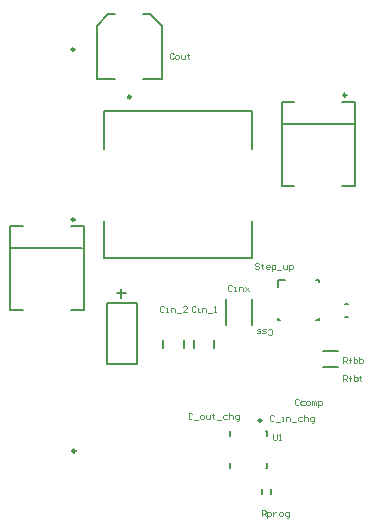
<source format=gto>
G04*
G04 #@! TF.GenerationSoftware,Altium Limited,Altium Designer,21.1.1 (26)*
G04*
G04 Layer_Color=65535*
%FSLAX42Y42*%
%MOMM*%
G71*
G04*
G04 #@! TF.SameCoordinates,92C87620-ECAA-41DB-B671-3A6BB777ED9A*
G04*
G04*
G04 #@! TF.FilePolarity,Positive*
G04*
G01*
G75*
%ADD10C,0.25*%
%ADD11C,0.20*%
%ADD12C,0.13*%
%ADD13C,0.15*%
%ADD14C,0.10*%
D10*
X3533Y7500D02*
G03*
X3533Y7500I-12J0D01*
G01*
X3542Y4100D02*
G03*
X3542Y4100I-12J0D01*
G01*
X5117Y4358D02*
G03*
X5117Y4358I-12J0D01*
G01*
X5835Y7112D02*
G03*
X5835Y7112I-12J0D01*
G01*
X4010Y7097D02*
G03*
X4010Y7097I-12J0D01*
G01*
X3535Y6058D02*
G03*
X3535Y6058I-12J0D01*
G01*
D11*
X5035Y5165D02*
Y5385D01*
X4820Y5165D02*
Y5385D01*
X5258Y5488D02*
Y5550D01*
X5320D01*
X5583D02*
X5603D01*
Y5530D02*
Y5550D01*
Y5205D02*
Y5225D01*
X5583Y5205D02*
X5603D01*
X5258D02*
Y5225D01*
Y5205D02*
X5278D01*
X5158Y4270D02*
X5162D01*
X4847D02*
X4853D01*
X4847Y3955D02*
Y3997D01*
Y4228D02*
Y4270D01*
X5158Y3955D02*
X5162D01*
X4847D02*
X4853D01*
X5162D02*
Y3997D01*
Y4228D02*
Y4270D01*
X5911Y6344D02*
Y7056D01*
X5289Y6344D02*
X5397D01*
X5803D02*
X5911D01*
X5289D02*
Y7056D01*
X5397D01*
X5803D02*
X5911D01*
X5300Y6870D02*
X5900D01*
X4115Y7250D02*
X4272D01*
X3722D02*
X3880D01*
X3722D02*
Y7700D01*
X3822Y7800D01*
X3878D01*
X4117D02*
X4172D01*
X4272Y7700D01*
Y7250D02*
Y7700D01*
X5195Y3735D02*
Y3775D01*
X5125Y3735D02*
Y3775D01*
X4716Y4972D02*
Y5041D01*
X4546Y4972D02*
Y5041D01*
X4458Y4970D02*
Y5040D01*
X4288Y4970D02*
Y5040D01*
X5636Y4808D02*
X5764D01*
X5636Y4942D02*
X5764D01*
X5826Y5231D02*
X5846D01*
X5826Y5347D02*
X5846D01*
X4060Y4840D02*
Y5349D01*
X3806D02*
X4060D01*
X3806Y4840D02*
Y5349D01*
Y4840D02*
X4060D01*
X3000Y5815D02*
X3600D01*
X3503Y6001D02*
X3611D01*
X2989D02*
X3098D01*
X2989Y5290D02*
Y6001D01*
X3503Y5290D02*
X3611D01*
X2989D02*
X3098D01*
X3611D02*
Y6001D01*
D12*
X3788Y5730D02*
X5038D01*
X3788Y6980D02*
X5038D01*
Y5730D02*
Y6050D01*
X3788Y5730D02*
Y6050D01*
Y6660D02*
Y6980D01*
X5038Y6660D02*
Y6980D01*
D13*
X3932Y5475D02*
Y5398D01*
X3971Y5437D02*
X3894D01*
D14*
X5806Y4695D02*
Y4745D01*
X5831D01*
X5839Y4737D01*
Y4720D01*
X5831Y4712D01*
X5806D01*
X5823D02*
X5839Y4695D01*
X5864D02*
Y4737D01*
Y4720D01*
X5856D01*
X5873D01*
X5864D01*
Y4737D01*
X5873Y4745D01*
X5897D02*
Y4695D01*
X5922D01*
X5931Y4703D01*
Y4712D01*
Y4720D01*
X5922Y4728D01*
X5897D01*
X5956Y4737D02*
Y4728D01*
X5947D01*
X5964D01*
X5956D01*
Y4703D01*
X5964Y4695D01*
X5805Y4845D02*
Y4895D01*
X5830D01*
X5838Y4887D01*
Y4870D01*
X5830Y4862D01*
X5805D01*
X5822D02*
X5838Y4845D01*
X5863D02*
Y4887D01*
Y4870D01*
X5855D01*
X5872D01*
X5863D01*
Y4887D01*
X5872Y4895D01*
X5897D02*
Y4845D01*
X5922D01*
X5930Y4853D01*
Y4862D01*
Y4870D01*
X5922Y4878D01*
X5897D01*
X5947Y4895D02*
Y4845D01*
X5972D01*
X5980Y4853D01*
Y4862D01*
Y4870D01*
X5972Y4878D01*
X5947D01*
X5176Y5088D02*
X5184Y5080D01*
X5201D01*
X5209Y5088D01*
Y5122D01*
X5201Y5130D01*
X5184D01*
X5176Y5122D01*
X5159Y5130D02*
X5134D01*
X5126Y5122D01*
X5134Y5113D01*
X5151D01*
X5159Y5105D01*
X5151Y5097D01*
X5126D01*
X5109Y5130D02*
X5084D01*
X5076Y5122D01*
X5084Y5113D01*
X5101D01*
X5109Y5105D01*
X5101Y5097D01*
X5076D01*
X4373Y7462D02*
X4364Y7470D01*
X4348D01*
X4339Y7462D01*
Y7428D01*
X4348Y7420D01*
X4364D01*
X4373Y7428D01*
X4398Y7420D02*
X4414D01*
X4422Y7428D01*
Y7445D01*
X4414Y7453D01*
X4398D01*
X4389Y7445D01*
Y7428D01*
X4398Y7420D01*
X4439Y7453D02*
Y7428D01*
X4447Y7420D01*
X4472D01*
Y7453D01*
X4497Y7462D02*
Y7453D01*
X4489D01*
X4506D01*
X4497D01*
Y7428D01*
X4506Y7420D01*
X4871Y5499D02*
X4863Y5507D01*
X4846D01*
X4838Y5499D01*
Y5466D01*
X4846Y5458D01*
X4863D01*
X4871Y5466D01*
X4888Y5458D02*
X4904D01*
X4896D01*
Y5491D01*
X4888D01*
X4929Y5458D02*
Y5491D01*
X4954D01*
X4962Y5483D01*
Y5458D01*
X4979Y5491D02*
X5012Y5458D01*
X4996Y5474D01*
X5012Y5491D01*
X4979Y5458D01*
X4293Y5321D02*
X4285Y5329D01*
X4268D01*
X4260Y5321D01*
Y5288D01*
X4268Y5279D01*
X4285D01*
X4293Y5288D01*
X4310Y5279D02*
X4327D01*
X4318D01*
Y5312D01*
X4310D01*
X4352Y5279D02*
Y5312D01*
X4377D01*
X4385Y5304D01*
Y5279D01*
X4402Y5271D02*
X4435D01*
X4485Y5279D02*
X4452D01*
X4485Y5312D01*
Y5321D01*
X4477Y5329D01*
X4460D01*
X4452Y5321D01*
X4559D02*
X4551Y5329D01*
X4534D01*
X4526Y5321D01*
Y5288D01*
X4534Y5279D01*
X4551D01*
X4559Y5288D01*
X4576Y5279D02*
X4593D01*
X4584D01*
Y5312D01*
X4576D01*
X4618Y5279D02*
Y5312D01*
X4642D01*
X4651Y5304D01*
Y5279D01*
X4667Y5271D02*
X4701D01*
X4717Y5279D02*
X4734D01*
X4726D01*
Y5329D01*
X4717Y5321D01*
X5432Y4532D02*
X5423Y4541D01*
X5407D01*
X5398Y4532D01*
Y4499D01*
X5407Y4491D01*
X5423D01*
X5432Y4499D01*
X5482Y4524D02*
X5457D01*
X5448Y4516D01*
Y4499D01*
X5457Y4491D01*
X5482D01*
X5507D02*
X5523D01*
X5532Y4499D01*
Y4516D01*
X5523Y4524D01*
X5507D01*
X5498Y4516D01*
Y4499D01*
X5507Y4491D01*
X5548D02*
Y4524D01*
X5557D01*
X5565Y4516D01*
Y4491D01*
Y4516D01*
X5573Y4524D01*
X5582Y4516D01*
Y4491D01*
X5598Y4474D02*
Y4524D01*
X5623D01*
X5632Y4516D01*
Y4499D01*
X5623Y4491D01*
X5598D01*
X5094Y5679D02*
X5086Y5687D01*
X5069D01*
X5061Y5679D01*
Y5671D01*
X5069Y5662D01*
X5086D01*
X5094Y5654D01*
Y5646D01*
X5086Y5637D01*
X5069D01*
X5061Y5646D01*
X5119Y5679D02*
Y5671D01*
X5111D01*
X5128D01*
X5119D01*
Y5646D01*
X5128Y5637D01*
X5178D02*
X5161D01*
X5153Y5646D01*
Y5662D01*
X5161Y5671D01*
X5178D01*
X5186Y5662D01*
Y5654D01*
X5153D01*
X5203Y5621D02*
Y5671D01*
X5228D01*
X5236Y5662D01*
Y5646D01*
X5228Y5637D01*
X5203D01*
X5253Y5629D02*
X5286D01*
X5303Y5671D02*
Y5646D01*
X5311Y5637D01*
X5336D01*
Y5671D01*
X5353Y5621D02*
Y5671D01*
X5378D01*
X5386Y5662D01*
Y5646D01*
X5378Y5637D01*
X5353D01*
X5217Y4240D02*
Y4198D01*
X5225Y4190D01*
X5242D01*
X5250Y4198D01*
Y4240D01*
X5267Y4190D02*
X5283D01*
X5275D01*
Y4240D01*
X5267Y4232D01*
X5118Y3551D02*
Y3601D01*
X5143D01*
X5152Y3592D01*
Y3576D01*
X5143Y3567D01*
X5118D01*
X5135D02*
X5152Y3551D01*
X5168Y3534D02*
Y3584D01*
X5193D01*
X5202Y3576D01*
Y3559D01*
X5193Y3551D01*
X5168D01*
X5218Y3584D02*
Y3551D01*
Y3567D01*
X5227Y3576D01*
X5235Y3584D01*
X5243D01*
X5277Y3551D02*
X5293D01*
X5302Y3559D01*
Y3576D01*
X5293Y3584D01*
X5277D01*
X5268Y3576D01*
Y3559D01*
X5277Y3551D01*
X5335Y3534D02*
X5343D01*
X5352Y3543D01*
Y3584D01*
X5327D01*
X5318Y3576D01*
Y3559D01*
X5327Y3551D01*
X5352D01*
X4533Y4412D02*
X4525Y4421D01*
X4508D01*
X4500Y4412D01*
Y4379D01*
X4508Y4371D01*
X4525D01*
X4533Y4379D01*
X4550Y4363D02*
X4583D01*
X4608Y4371D02*
X4625D01*
X4633Y4379D01*
Y4396D01*
X4625Y4404D01*
X4608D01*
X4600Y4396D01*
Y4379D01*
X4608Y4371D01*
X4650Y4404D02*
Y4379D01*
X4658Y4371D01*
X4683D01*
Y4404D01*
X4708Y4412D02*
Y4404D01*
X4700D01*
X4717D01*
X4708D01*
Y4379D01*
X4717Y4371D01*
X4742Y4363D02*
X4775D01*
X4825Y4404D02*
X4800D01*
X4792Y4396D01*
Y4379D01*
X4800Y4371D01*
X4825D01*
X4842Y4421D02*
Y4371D01*
Y4396D01*
X4850Y4404D01*
X4867D01*
X4875Y4396D01*
Y4371D01*
X4908Y4354D02*
X4917D01*
X4925Y4363D01*
Y4404D01*
X4900D01*
X4892Y4396D01*
Y4379D01*
X4900Y4371D01*
X4925D01*
X5221Y4392D02*
X5213Y4401D01*
X5196D01*
X5188Y4392D01*
Y4359D01*
X5196Y4351D01*
X5213D01*
X5221Y4359D01*
X5238Y4343D02*
X5271D01*
X5288Y4351D02*
X5304D01*
X5296D01*
Y4384D01*
X5288D01*
X5329Y4351D02*
Y4384D01*
X5354D01*
X5363Y4376D01*
Y4351D01*
X5379Y4343D02*
X5412D01*
X5462Y4384D02*
X5437D01*
X5429Y4376D01*
Y4359D01*
X5437Y4351D01*
X5462D01*
X5479Y4401D02*
Y4351D01*
Y4376D01*
X5487Y4384D01*
X5504D01*
X5512Y4376D01*
Y4351D01*
X5546Y4334D02*
X5554D01*
X5562Y4343D01*
Y4384D01*
X5537D01*
X5529Y4376D01*
Y4359D01*
X5537Y4351D01*
X5562D01*
M02*

</source>
